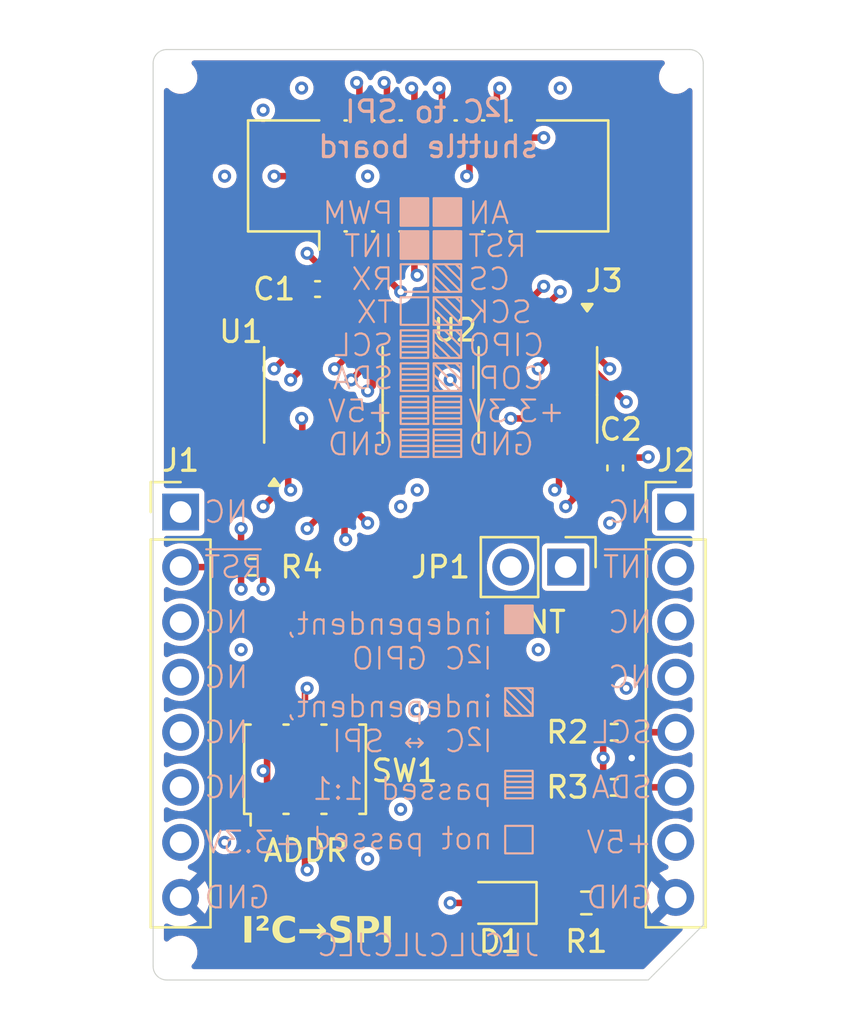
<source format=kicad_pcb>
(kicad_pcb (version 20241229) (generator "pcbnew") (generator_version "9.0")
  (layers (0 "F.Cu" mixed "FGnd.Cu") (4 "In1.Cu" mixed "In1SigPwr.Cu") (6 "In2.Cu" mixed "In2SigPwr.Cu") (2 "B.Cu" mixed "BGnd.Cu") (13 "F.Paste" user) (15 "B.Paste" user) (5 "F.SilkS" user "F.Silkscreen") (7 "B.SilkS" user "B.Silkscreen") (1 "F.Mask" user) (3 "B.Mask" user) (25 "Edge.Cuts" user))
  (net 0 "")
  (net 1 "/IN_~{RST}")
  (net 2 "/+3.3V")
  (net 3 "/IN_COPI")
  (net 4 "/IN_AN")
  (net 5 "/IN_~{CS}")
  (net 6 "/IN_CIPO")
  (net 7 "/IN_SCK")
  (net 8 "/GND")
  (net 9 "/IN_RX")
  (net 10 "/IN_TX")
  (net 11 "/SDA")
  (net 12 "/IN_~{INT}")
  (net 13 "/IN_PWM")
  (net 14 "/SCL")
  (net 15 "/OUT_TX")
  (net 16 "/OUT_AN")
  (net 17 "/OUT_~{CS}")
  (net 18 "/OUT_SCK")
  (net 19 "/OUT_PWM")
  (net 20 "/OUT_~{RST}")
  (net 21 "/OUT_CIPO")
  (net 22 "/OUT_COPI")
  (net 23 "/OUT_RX")
  (net 24 "/OUT_~{INT}")
  (net 25 "/MID_~{INT}")
  (net 26 "/A0")
  (net 27 "/A1")
  (net 32 "Net-(D1-K)")
  (net 35 "/+5V")
  (footprint "Package_SO:TSSOP-16_4.4x5mm_P0.65mm" (layer "F.Cu") (at 93.9656 51.7475 -90)
    (property "Reference" "U2" (at -2.9895 3.825 180) (layer "F.SilkS"))
    (property "Value" "PCAL9538APW" (hide yes))
    (fp_line (start 0 2.735) (end -2.2 2.735) (stroke (width 0.12)) (layer "F.SilkS"))
    (fp_line (start 0 2.735) (end 2.2 2.735) (stroke (width 0.12)) (layer "F.SilkS"))
    (fp_line (start 0 -2.735) (end -2.2 -2.735) (stroke (width 0.12)) (layer "F.SilkS"))
    (fp_line (start 0 -2.735) (end 2.2 -2.735) (stroke (width 0.12)) (layer "F.SilkS"))
    (fp_poly (pts (xy -3.86 -2.275) (xy -4.19 -2.035) (xy -4.19 -2.515)) (stroke (width 0.12)) (fill yes) (layer "F.SilkS"))
    (pad "1" smd roundrect (at -2.8625 -2.275 270) (size 1.475 0.4) (layers "F.Cu" "F.Mask" "F.Paste") (net 26 "/A0"))
    (pad "2" smd roundrect (at -2.8625 -1.625 270) (size 1.475 0.4) (layers "F.Cu" "F.Mask" "F.Paste") (net 27 "/A1"))
    (pad "3" smd roundrect (at -2.8625 -0.975 270) (size 1.475 0.4) (layers "F.Cu" "F.Mask" "F.Paste") (net 1 "/IN_~{RST}"))
    (pad "4" smd roundrect (at -2.8625 -0.325 270) (size 1.475 0.4) (layers "F.Cu" "F.Mask" "F.Paste") (net 20 "/OUT_~{RST}"))
    (pad "5" smd roundrect (at -2.8625 0.325 270) (size 1.475 0.4) (layers "F.Cu" "F.Mask" "F.Paste") (net 16 "/OUT_AN"))
    (pad "6" smd roundrect (at -2.8625 0.975 270) (size 1.475 0.4) (layers "F.Cu" "F.Mask" "F.Paste") (net 19 "/OUT_PWM"))
    (pad "7" smd roundrect (at -2.8625 1.625 270) (size 1.475 0.4) (layers "F.Cu" "F.Mask" "F.Paste") (net 24 "/OUT_~{INT}"))
    (pad "8" smd roundrect (at -2.8625 2.275 270) (size 1.475 0.4) (layers "F.Cu" "F.Mask" "F.Paste") (net 8 "/GND"))
    (pad "9" smd roundrect (at 2.8625 2.275 270) (size 1.475 0.4) (layers "F.Cu" "F.Mask" "F.Paste"))
    (pad "10" smd roundrect (at 2.8625 1.625 270) (size 1.475 0.4) (layers "F.Cu" "F.Mask" "F.Paste"))
    (pad "11" smd roundrect (at 2.8625 0.975 270) (size 1.475 0.4) (layers "F.Cu" "F.Mask" "F.Paste"))
    (pad "12" smd roundrect (at 2.8625 0.325 270) (size 1.475 0.4) (layers "F.Cu" "F.Mask" "F.Paste"))
    (pad "13" smd roundrect (at 2.8625 -0.325 270) (size 1.475 0.4) (layers "F.Cu" "F.Mask" "F.Paste") (net 25 "/MID_~{INT}"))
    (pad "14" smd roundrect (at 2.8625 -0.975 270) (size 1.475 0.4) (layers "F.Cu" "F.Mask" "F.Paste") (net 14 "/SCL"))
    (pad "15" smd roundrect (at 2.8625 -1.625 270) (size 1.475 0.4) (layers "F.Cu" "F.Mask" "F.Paste") (net 11 "/SDA"))
    (pad "16" smd roundrect (at 2.8625 -2.275 270) (size 1.475 0.4) (layers "F.Cu" "F.Mask" "F.Paste") (net 2 "/+3.3V"))
  )
  (footprint "Resistor_SMD:R_0402_1005Metric" (layer "F.Cu") (at 97.49 67.31)
    (property "Reference" "R2" (at -2.159 0 0) (layer "F.SilkS"))
    (property "Value" "4.7kΩ" (hide yes))
    (fp_line (start -0.153641 -0.38) (end 0.153641 -0.38) (stroke (width 0.12)) (layer "F.SilkS"))
    (fp_line (start -0.153641 0.38) (end 0.153641 0.38) (stroke (width 0.12)) (layer "F.SilkS"))
    (pad "1" smd roundrect (at -0.51 0) (size 0.54 0.64) (layers "F.Cu" "F.Mask" "F.Paste") (net 2 "/+3.3V"))
    (pad "2" smd roundrect (at 0.51 0) (size 0.54 0.64) (layers "F.Cu" "F.Mask" "F.Paste") (net 14 "/SCL"))
  )
  (footprint "Connector_PinHeader_2.54mm:PinHeader_1x02_P2.54mm_Vertical" (layer "F.Cu") (at 95.25 59.69 -90)
    (property "Reference" "JP1" (at 0 4.318 0) (layer "F.SilkS") (effects (justify right)))
    (property "Value" "INT" (at 2.54 1.143 0) (layer "F.SilkS"))
    (fp_line (start -1.38 3.92) (end 1.38 3.92) (stroke (width 0.12)) (layer "F.SilkS"))
    (fp_line (start -1.38 1.27) (end -1.38 3.92) (stroke (width 0.12)) (layer "F.SilkS"))
    (fp_line (start -1.38 1.27) (end 1.38 1.27) (stroke (width 0.12)) (layer "F.SilkS"))
    (fp_line (start 1.38 1.27) (end 1.38 3.92) (stroke (width 0.12)) (layer "F.SilkS"))
    (fp_line (start -1.38 0) (end -1.38 -1.38) (stroke (width 0.12)) (layer "F.SilkS"))
    (fp_line (start -1.38 -1.38) (end 0 -1.38) (stroke (width 0.12)) (layer "F.SilkS"))
    (pad "1" thru_hole rect (at 0 0 270) (size 1.7 1.7) (drill 1) (layers "*.Cu" "*.Mask") (net 12 "/IN_~{INT}"))
    (pad "2" thru_hole circle (at 0 2.54 270) (size 1.7 1.7) (drill 1) (layers "*.Cu" "*.Mask") (net 25 "/MID_~{INT}"))
  )
  (footprint "LED_SMD:LED_0805_2012Metric" (layer "F.Cu") (at 92.2175 75.184 180)
    (property "Reference" "D1" (at 0 -1.778 0) (layer "F.SilkS"))
    (property "Value" "PWR")
    (fp_line (start 1 -0.96) (end -1.685 -0.96) (stroke (width 0.12)) (layer "F.SilkS"))
    (fp_line (start -1.685 0.96) (end 1 0.96) (stroke (width 0.12)) (layer "F.SilkS"))
    (fp_line (start -1.685 -0.96) (end -1.685 0.96) (stroke (width 0.12)) (layer "F.SilkS"))
    (pad "1" smd roundrect (at -0.9375 0 180) (size 0.975 1.4) (layers "F.Cu" "F.Mask" "F.Paste") (net 32 "Net-(D1-K)"))
    (pad "2" smd roundrect (at 0.9375 0 180) (size 0.975 1.4) (layers "F.Cu" "F.Mask" "F.Paste") (net 2 "/+3.3V"))
  )
  (footprint "MountingHole:ToolingHole_1.152mm" (layer "F.Cu") (at 77.47 37.084)
    (property "Reference" "REF**" (hide yes))
    (property "Value" "ToolingHole_1.152mm")
    (pad "" np_thru_hole circle (at 0 0) (size 1.152 1.152) (drill 1.152) (layers "F&B.Cu" "*.Mask"))
    (zone (net 0) (net_name "") (layers "F.Cu" "B.Cu" "In1.Cu" "In2.Cu") (connect_pads (clearance 0)) (min_thickness 0.25)
      (keepout (tracks not_allowed) (vias allowed) (pads allowed) (copperpour not_allowed) (footprints not_allowed))
      (fill (thermal_gap 0.5) (thermal_bridge_width 0.5))
      (polygon (pts (xy 78.17 37.084) (xy 78.149659 36.916479) (xy 78.089819 36.758694) (xy 77.993958 36.619814) (xy 77.867645 36.507911) (xy 77.718223 36.429489) (xy 77.554376 36.389104) (xy 77.385624 36.389104) (xy 77.221777 36.429489) (xy 77.072355 36.507911) (xy 76.946042 36.619814) (xy 76.850181 36.758694) (xy 76.790341 36.916479) (xy 76.77 37.084) (xy 76.790341 37.251521) (xy 76.850181 37.409306) (xy 76.946042 37.548186) (xy 77.072355 37.660089) (xy 77.221777 37.738511) (xy 77.385624 37.778896) (xy 77.554376 37.778896) (xy 77.718223 37.738511) (xy 77.867645 37.660089) (xy 77.993958 37.548186) (xy 78.089819 37.409306) (xy 78.149659 37.251521)))
    )
  )
  (footprint "MountingHole:ToolingHole_1.152mm" (layer "F.Cu") (at 100.33 37.084)
    (property "Reference" "REF**" (hide yes))
    (property "Value" "ToolingHole_1.152mm")
    (pad "" np_thru_hole circle (at 0 0) (size 1.152 1.152) (drill 1.152) (layers "F&B.Cu" "*.Mask"))
    (zone (net 0) (net_name "") (layers "F.Cu" "B.Cu" "In1.Cu" "In2.Cu") (connect_pads (clearance 0)) (min_thickness 0.25)
      (keepout (tracks not_allowed) (vias allowed) (pads allowed) (copperpour not_allowed) (footprints not_allowed))
      (fill (thermal_gap 0.5) (thermal_bridge_width 0.5))
      (polygon (pts (xy 101.03 37.084) (xy 101.009659 36.916479) (xy 100.949819 36.758694) (xy 100.853958 36.619814) (xy 100.727645 36.507911) (xy 100.578223 36.429489) (xy 100.414376 36.389104) (xy 100.245624 36.389104) (xy 100.081777 36.429489) (xy 99.932355 36.507911) (xy 99.806042 36.619814) (xy 99.710181 36.758694) (xy 99.650341 36.916479) (xy 99.63 37.084) (xy 99.650341 37.251521) (xy 99.710181 37.409306) (xy 99.806042 37.548186) (xy 99.932355 37.660089) (xy 100.081777 37.738511) (xy 100.245624 37.778896) (xy 100.414376 37.778896) (xy 100.578223 37.738511) (xy 100.727645 37.660089) (xy 100.853958 37.548186) (xy 100.949819 37.409306) (xy 101.009659 37.251521)))
    )
  )
  (footprint "MountingHole:ToolingHole_1.152mm" (layer "F.Cu") (at 77.47 77.47)
    (property "Reference" "REF**" (hide yes))
    (property "Value" "ToolingHole_1.152mm")
    (pad "" np_thru_hole circle (at 0 0) (size 1.152 1.152) (drill 1.152) (layers "F&B.Cu" "*.Mask"))
    (zone (net 0) (net_name "") (layers "F.Cu" "B.Cu" "In1.Cu" "In2.Cu") (connect_pads (clearance 0)) (min_thickness 0.25)
      (keepout (tracks not_allowed) (vias allowed) (pads allowed) (copperpour not_allowed) (footprints not_allowed))
      (fill (thermal_gap 0.5) (thermal_bridge_width 0.5))
      (polygon (pts (xy 78.17 77.47) (xy 78.149659 77.302479) (xy 78.089819 77.144694) (xy 77.993958 77.005814) (xy 77.867645 76.893911) (xy 77.718223 76.815489) (xy 77.554376 76.775104) (xy 77.385624 76.775104) (xy 77.221777 76.815489) (xy 77.072355 76.893911) (xy 76.946042 77.005814) (xy 76.850181 77.144694) (xy 76.790341 77.302479) (xy 76.77 77.47) (xy 76.790341 77.637521) (xy 76.850181 77.795306) (xy 76.946042 77.934186) (xy 77.072355 78.046089) (xy 77.221777 78.124511) (xy 77.385624 78.164896) (xy 77.554376 78.164896) (xy 77.718223 78.124511) (xy 77.867645 78.046089) (xy 77.993958 77.934186) (xy 78.089819 77.795306) (xy 78.149659 77.637521)))
    )
  )
  (footprint "Resistor_SMD:R_0402_1005Metric" (layer "F.Cu") (at 80.77 59.69 180)
    (property "Reference" "R4" (at -2.288 0 0) (layer "F.SilkS"))
    (property "Value" "4.7kΩ" (hide yes))
    (fp_line (start -0.153641 0.38) (end 0.153641 0.38) (stroke (width 0.12)) (layer "F.SilkS"))
    (fp_line (start -0.153641 -0.38) (end 0.153641 -0.38) (stroke (width 0.12)) (layer "F.SilkS"))
    (pad "1" smd roundrect (at -0.51 0 180) (size 0.54 0.64) (layers "F.Cu" "F.Mask" "F.Paste") (net 2 "/+3.3V"))
    (pad "2" smd roundrect (at 0.51 0 180) (size 0.54 0.64) (layers "F.Cu" "F.Mask" "F.Paste") (net 1 "/IN_~{RST}"))
  )
  (footprint "Capacitor_SMD:C_0402_1005Metric" (layer "F.Cu") (at 83.792 46.863 180)
    (property "Reference" "C1" (at 2.004 0 0) (layer "F.SilkS"))
    (property "Value" "100nF" (hide yes))
    (fp_line (start -0.107836 0.36) (end 0.107836 0.36) (stroke (width 0.12)) (layer "F.SilkS"))
    (fp_line (start -0.107836 -0.36) (end 0.107836 -0.36) (stroke (width 0.12)) (layer "F.SilkS"))
    (pad "1" smd roundrect (at -0.48 0 180) (size 0.56 0.62) (layers "F.Cu" "F.Mask" "F.Paste") (net 2 "/+3.3V"))
    (pad "2" smd roundrect (at 0.48 0 180) (size 0.56 0.62) (layers "F.Cu" "F.Mask" "F.Paste") (net 8 "/GND"))
  )
  (footprint "Package_SO:TSSOP-16_4.4x5mm_P0.65mm" (layer "F.Cu") (at 84.063 51.7475 90)
    (property "Reference" "U1" (at 2.921 -3.81 180) (layer "F.SilkS"))
    (property "Value" "SC18IS606PW" (hide yes))
    (fp_line (start 0 -2.735) (end 2.2 -2.735) (stroke (width 0.12)) (layer "F.SilkS"))
    (fp_line (start 0 -2.735) (end -2.2 -2.735) (stroke (width 0.12)) (layer "F.SilkS"))
    (fp_line (start 0 2.735) (end 2.2 2.735) (stroke (width 0.12)) (layer "F.SilkS"))
    (fp_line (start 0 2.735) (end -2.2 2.735) (stroke (width 0.12)) (layer "F.SilkS"))
    (fp_poly (pts (xy -3.86 -2.275) (xy -4.19 -2.035) (xy -4.19 -2.515)) (stroke (width 0.12)) (fill yes) (layer "F.SilkS"))
    (pad "1" smd roundrect (at -2.8625 -2.275 90) (size 1.475 0.4) (layers "F.Cu" "F.Mask" "F.Paste") (net 11 "/SDA"))
    (pad "2" smd roundrect (at -2.8625 -1.625 90) (size 1.475 0.4) (layers "F.Cu" "F.Mask" "F.Paste") (net 14 "/SCL"))
    (pad "3" smd roundrect (at -2.8625 -0.975 90) (size 1.475 0.4) (layers "F.Cu" "F.Mask" "F.Paste") (net 25 "/MID_~{INT}"))
    (pad "4" smd roundrect (at -2.8625 -0.325 90) (size 1.475 0.4) (layers "F.Cu" "F.Mask" "F.Paste") (net 1 "/IN_~{RST}"))
    (pad "5" smd roundrect (at -2.8625 0.325 90) (size 1.475 0.4) (layers "F.Cu" "F.Mask" "F.Paste") (net 8 "/GND"))
    (pad "6" smd roundrect (at -2.8625 0.975 90) (size 1.475 0.4) (layers "F.Cu" "F.Mask" "F.Paste") (net 27 "/A1"))
    (pad "7" smd roundrect (at -2.8625 1.625 90) (size 1.475 0.4) (layers "F.Cu" "F.Mask" "F.Paste") (net 26 "/A0"))
    (pad "8" smd roundrect (at -2.8625 2.275 90) (size 1.475 0.4) (layers "F.Cu" "F.Mask" "F.Paste"))
    (pad "9" smd roundrect (at 2.8625 2.275 90) (size 1.475 0.4) (layers "F.Cu" "F.Mask" "F.Paste") (net 17 "/OUT_~{CS}"))
    (pad "10" smd roundrect (at 2.8625 1.625 90) (size 1.475 0.4) (layers "F.Cu" "F.Mask" "F.Paste") (net 22 "/OUT_COPI"))
    (pad "11" smd roundrect (at 2.8625 0.975 90) (size 1.475 0.4) (layers "F.Cu" "F.Mask" "F.Paste") (net 18 "/OUT_SCK"))
    (pad "12" smd roundrect (at 2.8625 0.325 90) (size 1.475 0.4) (layers "F.Cu" "F.Mask" "F.Paste") (net 2 "/+3.3V"))
    (pad "13" smd roundrect (at 2.8625 -0.325 90) (size 1.475 0.4) (layers "F.Cu" "F.Mask" "F.Paste") (net 8 "/GND"))
    (pad "14" smd roundrect (at 2.8625 -0.975 90) (size 1.475 0.4) (layers "F.Cu" "F.Mask" "F.Paste") (net 21 "/OUT_CIPO"))
    (pad "15" smd roundrect (at 2.8625 -1.625 90) (size 1.475 0.4) (layers "F.Cu" "F.Mask" "F.Paste") (net 2 "/+3.3V"))
    (pad "16" smd roundrect (at 2.8625 -2.275 90) (size 1.475 0.4) (layers "F.Cu" "F.Mask" "F.Paste"))
  )
  (footprint "Resistor_SMD:R_0402_1005Metric" (layer "F.Cu") (at 97.49 69.85)
    (property "Reference" "R3" (at -2.159 0 0) (layer "F.SilkS"))
    (property "Value" "4.7kΩ" (hide yes))
    (fp_line (start -0.153641 -0.38) (end 0.153641 -0.38) (stroke (width 0.12)) (layer "F.SilkS"))
    (fp_line (start -0.153641 0.38) (end 0.153641 0.38) (stroke (width 0.12)) (layer "F.SilkS"))
    (pad "1" smd roundrect (at -0.51 0) (size 0.54 0.64) (layers "F.Cu" "F.Mask" "F.Paste") (net 2 "/+3.3V"))
    (pad "2" smd roundrect (at 0.51 0) (size 0.54 0.64) (layers "F.Cu" "F.Mask" "F.Paste") (net 11 "/SDA"))
  )
  (footprint "Capacitor_SMD:C_0402_1005Metric" (layer "F.Cu") (at 97.536 55.118 -90)
    (property "Reference" "C2" (at -1.778 -0.254 180) (layer "F.SilkS"))
    (property "Value" "100nF" (hide yes))
    (fp_line (start -0.107836 0.36) (end 0.107836 0.36) (stroke (width 0.12)) (layer "F.SilkS"))
    (fp_line (start -0.107836 -0.36) (end 0.107836 -0.36) (stroke (width 0.12)) (layer "F.SilkS"))
    (pad "1" smd roundrect (at -0.48 0 270) (size 0.56 0.62) (layers "F.Cu" "F.Mask" "F.Paste") (net 2 "/+3.3V"))
    (pad "2" smd roundrect (at 0.48 0 270) (size 0.56 0.62) (layers "F.Cu" "F.Mask" "F.Paste") (net 8 "/GND"))
  )
  (footprint "Connector_PinHeader_1.27mm_LowProfile:CNC_3221-16-0300-00" (layer "F.Cu") (at 88.9 41.644)
    (property "Reference" "J3" (at 8.128 4.838 0) (layer "F.SilkS"))
    (property "Value" "Shuttle")
    (fp_line (start -8.315 -2.56) (end -8.315 2.56) (stroke (width 0.12)) (layer "F.SilkS"))
    (fp_line (start -8.315 -2.56) (end -5.03 -2.56) (stroke (width 0.12)) (layer "F.SilkS"))
    (fp_line (start -8.315 2.56) (end -5.03 2.56) (stroke (width 0.12)) (layer "F.SilkS"))
    (fp_line (start -5.03 2.56) (end -5.03 3.4) (stroke (width 0.12)) (layer "F.SilkS"))
    (fp_line (start -3.86 -2.56) (end -3.76 -2.56) (stroke (width 0.12)) (layer "F.SilkS"))
    (fp_line (start -3.86 2.56) (end -3.76 2.56) (stroke (width 0.12)) (layer "F.SilkS"))
    (fp_line (start -2.59 -2.56) (end -2.49 -2.56) (stroke (width 0.12)) (layer "F.SilkS"))
    (fp_line (start -2.59 2.56) (end -2.49 2.56) (stroke (width 0.12)) (layer "F.SilkS"))
    (fp_line (start -1.32 -2.56) (end -1.22 -2.56) (stroke (width 0.12)) (layer "F.SilkS"))
    (fp_line (start -1.32 2.56) (end -1.22 2.56) (stroke (width 0.12)) (layer "F.SilkS"))
    (fp_line (start -0.05 -2.56) (end 0.05 -2.56) (stroke (width 0.12)) (layer "F.SilkS"))
    (fp_line (start 1.22 -2.56) (end 1.32 -2.56) (stroke (width 0.12)) (layer "F.SilkS"))
    (fp_line (start 1.22 2.56) (end 1.32 2.56) (stroke (width 0.12)) (layer "F.SilkS"))
    (fp_line (start 2.49 -2.56) (end 2.59 -2.56) (stroke (width 0.12)) (layer "F.SilkS"))
    (fp_line (start 2.49 2.56) (end 2.59 2.56) (stroke (width 0.12)) (layer "F.SilkS"))
    (fp_line (start 3.76 -2.56) (end 3.86 -2.56) (stroke (width 0.12)) (layer "F.SilkS"))
    (fp_line (start 3.76 2.56) (end 3.86 2.56) (stroke (width 0.12)) (layer "F.SilkS"))
    (fp_line (start 5.03 -2.56) (end 8.315 -2.56) (stroke (width 0.12)) (layer "F.SilkS"))
    (fp_line (start 5.03 2.56) (end 8.315 2.56) (stroke (width 0.12)) (layer "F.SilkS"))
    (fp_line (start 8.315 -2.56) (end 8.315 2.56) (stroke (width 0.12)) (layer "F.SilkS"))
    (pad "1" smd rect (at -4.445 2.02) (size 0.65 2.76) (layers "F.Cu" "F.Mask" "F.Paste") (net 8 "/GND"))
    (pad "2" smd rect (at -4.445 -2.02) (size 0.65 2.76) (layers "F.Cu" "F.Mask" "F.Paste") (net 8 "/GND"))
    (pad "3" smd rect (at -3.175 2.02) (size 0.65 2.76) (layers "F.Cu" "F.Mask" "F.Paste") (net 35 "/+5V"))
    (pad "4" smd rect (at -3.175 -2.02) (size 0.65 2.76) (layers "F.Cu" "F.Mask" "F.Paste") (net 2 "/+3.3V"))
    (pad "5" smd rect (at -1.905 2.02) (size 0.65 2.76) (layers "F.Cu" "F.Mask" "F.Paste") (net 11 "/SDA"))
    (pad "6" smd rect (at -1.905 -2.02) (size 0.65 2.76) (layers "F.Cu" "F.Mask" "F.Paste") (net 22 "/OUT_COPI"))
    (pad "7" smd rect (at -0.635 2.02) (size 0.65 2.76) (layers "F.Cu" "F.Mask" "F.Paste") (net 14 "/SCL"))
    (pad "8" smd rect (at -0.635 -2.02) (size 0.65 2.76) (layers "F.Cu" "F.Mask" "F.Paste") (net 21 "/OUT_CIPO"))
    (pad "9" smd rect (at 0.635 2.02) (size 0.65 2.76) (layers "F.Cu" "F.Mask" "F.Paste") (net 15 "/OUT_TX"))
    (pad "10" smd rect (at 0.635 -2.02) (size 0.65 2.76) (layers "F.Cu" "F.Mask" "F.Paste") (net 18 "/OUT_SCK"))
    (pad "11" smd rect (at 1.905 2.02) (size 0.65 2.76) (layers "F.Cu" "F.Mask" "F.Paste") (net 23 "/OUT_RX"))
    (pad "12" smd rect (at 1.905 -2.02) (size 0.65 2.76) (layers "F.Cu" "F.Mask" "F.Paste") (net 17 "/OUT_~{CS}"))
    (pad "13" smd rect (at 3.175 2.02) (size 0.65 2.76) (layers "F.Cu" "F.Mask" "F.Paste") (net 24 "/OUT_~{INT}"))
    (pad "14" smd rect (at 3.175 -2.02) (size 0.65 2.76) (layers "F.Cu" "F.Mask" "F.Paste") (net 20 "/OUT_~{RST}"))
    (pad "15" smd rect (at 4.445 2.02) (size 0.65 2.76) (layers "F.Cu" "F.Mask" "F.Paste") (net 19 "/OUT_PWM"))
    (pad "16" smd rect (at 4.445 -2.02) (size 0.65 2.76) (layers "F.Cu" "F.Mask" "F.Paste") (net 16 "/OUT_AN"))
  )
  (footprint "Button_Switch_SMD:Nidec_Copal_CAS-D20A" (layer "F.Cu") (at 83.213 69.016 90)
    (property "Reference" "SW1" (at -0.072 4.6 0) (layer "F.SilkS"))
    (property "Value" "ADDR" (at -3.755 0.028 0) (layer "F.SilkS"))
    (fp_line (start 2.06 -2.81) (end 2.06 -2.51) (stroke (width 0.12)) (layer "F.SilkS"))
    (fp_line (start -2.06 -2.81) (end 2.06 -2.81) (stroke (width 0.12)) (layer "F.SilkS"))
    (fp_line (start -2.06 -2.51) (end -2.06 -2.81) (stroke (width 0.12)) (layer "F.SilkS"))
    (fp_line (start -2.06 -2.51) (end -2.6 -2.51) (stroke (width 0.12)) (layer "F.SilkS"))
    (fp_line (start 2.06 -0.99) (end 2.06 -0.76) (stroke (width 0.12)) (layer "F.SilkS"))
    (fp_line (start -2.06 -0.99) (end -2.06 -0.76) (stroke (width 0.12)) (layer "F.SilkS"))
    (fp_line (start 2.06 0.76) (end 2.06 0.99) (stroke (width 0.12)) (layer "F.SilkS"))
    (fp_line (start -2.06 0.76) (end -2.06 0.99) (stroke (width 0.12)) (layer "F.SilkS"))
    (fp_line (start 2.06 2.81) (end 2.06 2.51) (stroke (width 0.12)) (layer "F.SilkS"))
    (fp_line (start 2.06 2.81) (end -2.06 2.81) (stroke (width 0.12)) (layer "F.SilkS"))
    (fp_line (start -2.06 2.81) (end -2.06 2.51) (stroke (width 0.12)) (layer "F.SilkS"))
    (pad "1" smd roundrect (at -1.85 -1.75) (size 1 1.6) (layers "F.Cu" "F.Mask" "F.Paste") (net 2 "/+3.3V"))
    (pad "2" smd roundrect (at -1.85 0) (size 1 1.6) (layers "F.Cu" "F.Mask" "F.Paste") (net 26 "/A0"))
    (pad "3" smd roundrect (at -1.85 1.75) (size 1 1.6) (layers "F.Cu" "F.Mask" "F.Paste") (net 8 "/GND"))
    (pad "4" smd roundrect (at 1.85 -1.75) (size 1 1.6) (layers "F.Cu" "F.Mask" "F.Paste") (net 2 "/+3.3V"))
    (pad "5" smd roundrect (at 1.85 0) (size 1 1.6) (layers "F.Cu" "F.Mask" "F.Paste") (net 27 "/A1"))
    (pad "6" smd roundrect (at 1.85 1.75) (size 1 1.6) (layers "F.Cu" "F.Mask" "F.Paste") (net 8 "/GND"))
  )
  (footprint "Connector_PinHeader_2.54mm:PinHeader_1x08_P2.54mm_Vertical" (layer "F.Cu") (at 100.33 57.15)
    (property "Reference" "J2" (at 0 -2.38 0) (layer "F.SilkS"))
    (property "Value" "Conn_01x08" (hide yes))
    (fp_line (start -1.38 -1.38) (end 0 -1.38) (stroke (width 0.12)) (layer "F.SilkS"))
    (fp_line (start -1.38 0) (end -1.38 -1.38) (stroke (width 0.12)) (layer "F.SilkS"))
    (fp_line (start -1.38 1.27) (end -1.38 19.16) (stroke (width 0.12)) (layer "F.SilkS"))
    (fp_line (start -1.38 1.27) (end 1.38 1.27) (stroke (width 0.12)) (layer "F.SilkS"))
    (fp_line (start -1.38 19.16) (end 1.38 19.16) (stroke (width 0.12)) (layer "F.SilkS"))
    (fp_line (start 1.38 1.27) (end 1.38 19.16) (stroke (width 0.12)) (layer "F.SilkS"))
    (pad "1" thru_hole rect (at 0 0) (size 1.7 1.7) (drill 1) (layers "*.Cu" "*.Mask") (net 13 "/IN_PWM"))
    (pad "2" thru_hole circle (at 0 2.54) (size 1.7 1.7) (drill 1) (layers "*.Cu" "*.Mask") (net 12 "/IN_~{INT}"))
    (pad "3" thru_hole circle (at 0 5.08) (size 1.7 1.7) (drill 1) (layers "*.Cu" "*.Mask") (net 9 "/IN_RX"))
    (pad "4" thru_hole circle (at 0 7.62) (size 1.7 1.7) (drill 1) (layers "*.Cu" "*.Mask") (net 10 "/IN_TX"))
    (pad "5" thru_hole circle (at 0 10.16) (size 1.7 1.7) (drill 1) (layers "*.Cu" "*.Mask") (net 14 "/SCL"))
    (pad "6" thru_hole circle (at 0 12.7) (size 1.7 1.7) (drill 1) (layers "*.Cu" "*.Mask") (net 11 "/SDA"))
    (pad "7" thru_hole circle (at 0 15.24) (size 1.7 1.7) (drill 1) (layers "*.Cu" "*.Mask") (net 35 "/+5V"))
    (pad "8" thru_hole circle (at 0 17.78) (size 1.7 1.7) (drill 1) (layers "*.Cu" "*.Mask") (net 8 "/GND"))
  )
  (footprint "Resistor_SMD:R_0603_1608Metric" (layer "F.Cu") (at 96.203 75.184)
    (property "Reference" "R1" (at 0 1.778 0) (layer "F.SilkS"))
    (property "Value" "33Ω" (hide yes))
    (fp_line (start -0.237258 -0.5225) (end 0.237258 -0.5225) (stroke (width 0.12)) (layer "F.SilkS"))
    (fp_line (start -0.237258 0.5225) (end 0.237258 0.5225) (stroke (width 0.12)) (layer "F.SilkS"))
    (pad "1" smd roundrect (at -0.825 0) (size 0.8 0.95) (layers "F.Cu" "F.Mask" "F.Paste") (net 32 "Net-(D1-K)"))
    (pad "2" smd roundrect (at 0.825 0) (size 0.8 0.95) (layers "F.Cu" "F.Mask" "F.Paste") (net 8 "/GND"))
  )
  (footprint "Connector_PinHeader_2.54mm:PinHeader_1x08_P2.54mm_Vertical" (layer "F.Cu") (at 77.47 57.15)
    (property "Reference" "J1" (at 0 -2.38 0) (layer "F.SilkS"))
    (property "Value" "Conn_01x08" (hide yes))
    (fp_line (start -1.38 -1.38) (end 0 -1.38) (stroke (width 0.12)) (layer "F.SilkS"))
    (fp_line (start -1.38 0) (end -1.38 -1.38) (stroke (width 0.12)) (layer "F.SilkS"))
    (fp_line (start -1.38 1.27) (end -1.38 19.16) (stroke (width 0.12)) (layer "F.SilkS"))
    (fp_line (start -1.38 1.27) (end 1.38 1.27) (stroke (width 0.12)) (layer "F.SilkS"))
    (fp_line (start -1.38 19.16) (end 1.38 19.16) (stroke (width 0.12)) (layer "F.SilkS"))
    (fp_line (start 1.38 1.27) (end 1.38 19.16) (stroke (width 0.12)) (layer "F.SilkS"))
    (pad "1" thru_hole rect (at 0 0) (size 1.7 1.7) (drill 1) (layers "*.Cu" "*.Mask") (net 4 "/IN_AN"))
    (pad "2" thru_hole circle (at 0 2.54) (size 1.7 1.7) (drill 1) (layers "*.Cu" "*.Mask") (net 1 "/IN_~{RST}"))
    (pad "3" thru_hole circle (at 0 5.08) (size 1.7 1.7) (drill 1) (layers "*.Cu" "*.Mask") (net 5 "/IN_~{CS}"))
    (pad "4" thru_hole circle (at 0 7.62) (size 1.7 1.7) (drill 1) (layers "*.Cu" "*.Mask") (net 7 "/IN_SCK"))
    (pad "5" thru_hole circle (at 0 10.16) (size 1.7 1.7) (drill 1) (layers "*.Cu" "*.Mask") (net 6 "/IN_CIPO"))
    (pad "6" thru_hole circle (at 0 12.7) (size 1.7 1.7) (drill 1) (layers "*.Cu" "*.Mask") (net 3 "/IN_COPI"))
    (pad "7" thru_hole circle (at 0 15.24) (size 1.7 1.7) (drill 1) (layers "*.Cu" "*.Mask") (net 2 "/+3.3V"))
    (pad "8" thru_hole circle (at 0 17.78) (size 1.7 1.7) (drill 1) (layers "*.Cu" "*.Mask") (net 8 "/GND"))
  )
  (gr_line (start 87.63 49.276) (end 88.9 49.276) (stroke (width 0.1)) (layer "B.SilkS"))
  (gr_line (start 89.154 53.848) (end 90.424 53.848) (stroke (width 0.1)) (layer "B.SilkS"))
  (gr_line (start 87.63 54.356) (end 88.9 54.356) (stroke (width 0.1)) (layer "B.SilkS"))
  (gr_line (start 89.154 54.102) (end 90.424 54.102) (stroke (width 0.1)) (layer "B.SilkS"))
  (gr_line (start 90.424 46.99) (end 89.154 45.72) (stroke (width 0.1)) (layer "B.SilkS"))
  (gr_line (start 90.424 47.498) (end 90.17 47.244) (stroke (width 0.1)) (layer "B.SilkS"))
  (gr_line (start 89.916 50.038) (end 89.154 49.276) (stroke (width 0.1)) (layer "B.SilkS"))
  (gr_line (start 89.154 52.07) (end 90.424 52.07) (stroke (width 0.1)) (layer "B.SilkS"))
  (gr_line (start 90.424 51.054) (end 89.662 50.292) (stroke (width 0.1)) (layer "B.SilkS"))
  (gr_rect (start 87.63 53.34) (end 88.9 54.61) (stroke (width 0.1)) (fill no) (layer "B.SilkS"))
  (gr_rect (start 87.63 48.768) (end 88.9 50.038) (stroke (width 0.1)) (fill no) (layer "B.SilkS"))
  (gr_line (start 89.408 50.038) (end 89.154 49.784) (stroke (width 0.1)) (layer "B.SilkS"))
  (gr_line (start 90.424 48.006) (end 89.662 47.244) (stroke (width 0.1)) (layer "B.SilkS"))
  (gr_line (start 93.726 66.04) (end 92.964 65.278) (stroke (width 0.1)) (layer "B.SilkS"))
  (gr_line (start 87.63 51.308) (end 88.9 51.308) (stroke (width 0.1)) (layer "B.SilkS"))
  (gr_line (start 87.63 52.324) (end 88.9 52.324) (stroke (width 0.1)) (layer "B.SilkS"))
  (gr_line (start 89.916 48.514) (end 89.154 47.752) (stroke (width 0.1)) (layer "B.SilkS"))
  (gr_line (start 87.63 49.022) (end 88.9 49.022) (stroke (width 0.1)) (layer "B.SilkS"))
  (gr_line (start 87.63 52.578) (end 88.9 52.578) (stroke (width 0.1)) (layer "B.SilkS"))
  (gr_rect (start 89.154 44.196) (end 90.424 45.466) (stroke (width 0.1)) (fill yes) (layer "B.SilkS"))
  (gr_line (start 87.63 51.054) (end 88.9 51.054) (stroke (width 0.1)) (layer "B.SilkS"))
  (gr_rect (start 87.63 44.196) (end 88.9 45.466) (stroke (width 0.1)) (fill yes) (layer "B.SilkS"))
  (gr_rect (start 87.63 42.672) (end 88.9 43.942) (stroke (width 0.1)) (fill yes) (layer "B.SilkS"))
  (gr_rect (start 92.456 69.088) (end 93.726 70.358) (stroke (width 0.1)) (fill no) (layer "B.SilkS"))
  (gr_rect (start 89.154 45.72) (end 90.424 46.99) (stroke (width 0.1)) (fill no) (layer "B.SilkS"))
  (gr_rect (start 89.154 42.672) (end 90.424 43.942) (stroke (width 0.1)) (fill yes) (layer "B.SilkS"))
  (gr_rect (start 92.456 71.628) (end 93.726 72.898) (stroke (width 0.1)) (fill no) (layer "B.SilkS"))
  (gr_line (start 89.408 48.514) (end 89.154 48.26) (stroke (width 0.1)) (layer "B.SilkS"))
  (gr_line (start 90.424 51.562) (end 89.154 50.292) (stroke (width 0.1)) (layer "B.SilkS"))
  (gr_line (start 87.63 49.784) (end 88.9 49.784) (stroke (width 0.1)) (layer "B.SilkS"))
  (gr_line (start 90.424 50.546) (end 90.17 50.292) (stroke (width 0.1)) (layer "B.SilkS"))
  (gr_line (start 87.63 53.594) (end 88.9 53.594) (stroke (width 0.1)) (layer "B.SilkS"))
  (gr_rect (start 87.63 50.292) (end 88.9 51.562) (stroke (width 0.1)) (fill no) (layer "B.SilkS"))
  (gr_rect (start 87.63 47.244) (end 88.9 48.514) (stroke (width 0.1)) (fill no) (layer "B.SilkS"))
  (gr_line (start 87.63 53.848) (end 88.9 53.848) (stroke (width 0.1)) (layer "B.SilkS"))
  (gr_rect (start 87.63 45.72) (end 88.9 46.99) (stroke (width 0.1)) (fill no) (layer "B.SilkS"))
  (gr_line (start 93.726 66.548) (end 92.456 65.278) (stroke (width 0.1)) (layer "B.SilkS"))
  (gr_line (start 93.726 65.532) (end 93.472 65.278) (stroke (width 0.1)) (layer "B.SilkS"))
  (gr_line (start 87.63 54.102) (end 88.9 54.102) (stroke (width 0.1)) (layer "B.SilkS"))
  (gr_line (start 90.424 50.038) (end 89.154 48.768) (stroke (width 0.1)) (layer "B.SilkS"))
  (gr_line (start 89.154 52.324) (end 90.424 52.324) (stroke (width 0.1)) (layer "B.SilkS"))
  (gr_rect (start 89.154 48.768) (end 90.424 50.038) (stroke (width 0.1)) (fill no) (layer "B.SilkS"))
  (gr_line (start 87.63 52.07) (end 88.9 52.07) (stroke (width 0.1)) (layer "B.SilkS"))
  (gr_line (start 89.154 52.578) (end 90.424 52.578) (stroke (width 0.1)) (layer "B.SilkS"))
  (gr_rect (start 89.154 53.34) (end 90.424 54.61) (stroke (width 0.1)) (fill no) (layer "B.SilkS"))
  (gr_line (start 89.916 46.99) (end 89.154 46.228) (stroke (width 0.1)) (layer "B.SilkS"))
  (gr_line (start 90.424 49.53) (end 89.662 48.768) (stroke (width 0.1)) (layer "B.SilkS"))
  (gr_line (start 90.424 46.482) (end 89.662 45.72) (stroke (width 0.1)) (layer "B.SilkS"))
  (gr_rect (start 89.154 50.292) (end 90.424 51.562) (stroke (width 0.1)) (fill no) (layer "B.SilkS"))
  (gr_line (start 87.63 50.8) (end 88.9 50.8) (stroke (width 0.1)) (layer "B.SilkS"))
  (gr_rect (start 89.154 47.244) (end 90.424 48.514) (stroke (width 0.1)) (fill no) (layer "B.SilkS"))
  (gr_line (start 92.71 66.548) (end 92.456 66.294) (stroke (width 0.1)) (layer "B.SilkS"))
  (gr_line (start 89.154 52.832) (end 90.424 52.832) (stroke (width 0.1)) (layer "B.SilkS"))
  (gr_line (start 90.424 48.514) (end 89.154 47.244) (stroke (width 0.1)) (layer "B.SilkS"))
  (gr_rect (start 87.63 51.816) (end 88.9 53.086) (stroke (width 0.1)) (fill no) (layer "B.SilkS"))
  (gr_line (start 92.456 69.342) (end 93.726 69.342) (stroke (width 0.1)) (layer "B.SilkS"))
  (gr_line (start 89.408 51.562) (end 89.154 51.308) (stroke (width 0.1)) (layer "B.SilkS"))
  (gr_line (start 92.456 70.104) (end 93.726 70.104) (stroke (width 0.1)) (layer "B.SilkS"))
  (gr_line (start 87.63 52.832) (end 88.9 52.832) (stroke (width 0.1)) (layer "B.SilkS"))
  (gr_line (start 89.154 53.594) (end 90.424 53.594) (stroke (width 0.1)) (layer "B.SilkS"))
  (gr_line (start 92.456 69.596) (end 93.726 69.596) (stroke (width 0.1)) (layer "B.SilkS"))
  (gr_line (start 87.63 49.53) (end 88.9 49.53) (stroke (width 0.1)) (layer "B.SilkS"))
  (gr_line (start 90.424 49.022) (end 90.17 48.768) (stroke (width 0.1)) (layer "B.SilkS"))
  (gr_rect (start 92.456 61.468) (end 93.726 62.738) (stroke (width 0.1)) (fill yes) (layer "B.SilkS"))
  (gr_line (start 92.456 69.85) (end 93.726 69.85) (stroke (width 0.1)) (layer "B.SilkS"))
  (gr_line (start 89.408 46.99) (end 89.154 46.736) (stroke (width 0.1)) (layer "B.SilkS"))
  (gr_line (start 87.63 50.546) (end 88.9 50.546) (stroke (width 0.1)) (layer "B.SilkS"))
  (gr_rect (start 89.154 51.816) (end 90.424 53.086) (stroke (width 0.1)) (fill no) (layer "B.SilkS"))
  (gr_line (start 90.424 45.974) (end 90.17 45.72) (stroke (width 0.1)) (layer "B.SilkS"))
  (gr_line (start 93.218 66.548) (end 92.456 65.786) (stroke (width 0.1)) (layer "B.SilkS"))
  (gr_rect (start 92.456 65.278) (end 93.726 66.548) (stroke (width 0.1)) (fill no) (layer "B.SilkS"))
  (gr_line (start 89.916 51.562) (end 89.154 50.8) (stroke (width 0.1)) (layer "B.SilkS"))
  (gr_line (start 89.154 54.356) (end 90.424 54.356) (stroke (width 0.1)) (layer "B.SilkS"))
  (gr_arc (start 76.2 36.449) (mid 76.385987 35.999987) (end 76.835 35.814) (stroke (width 0.05)) (layer "Edge.Cuts"))
  (gr_line (start 76.2 78.105) (end 76.2 36.449) (stroke (width 0.05)) (layer "Edge.Cuts"))
  (gr_line (start 76.835 35.814) (end 100.965 35.814) (stroke (width 0.05)) (layer "Edge.Cuts"))
  (gr_arc (start 76.835 78.74) (mid 76.385987 78.554013) (end 76.2 78.105) (stroke (width 0.05)) (layer "Edge.Cuts"))
  (gr_line (start 101.6 36.449) (end 101.6 76.2) (stroke (width 0.05)) (layer "Edge.Cuts"))
  (gr_arc (start 100.965 35.814) (mid 101.414013 35.999987) (end 101.6 36.449) (stroke (width 0.05)) (layer "Edge.Cuts"))
  (gr_line (start 76.835 78.74) (end 99.06 78.74) (stroke (width 0.05)) (layer "Edge.Cuts"))
  (gr_line (start 101.6 76.2) (end 99.06 78.74) (stroke (width 0.05)) (layer "Edge.Cuts"))
  (gr_text "I²C→SPI" (at 80.264 77.216 0) (layer "F.SilkS") (effects (font (size 1.2 1.2) (thickness 0.24) (bold yes)) (justify left bottom)))
  (gr_text "NC" (at 99.314 64.77 0) (layer "B.SilkS") (effects (font (size 1 1) (thickness 0.1)) (justify left mirror)))
  (gr_text "~{INT}" (at 99.314 59.69 0) (layer "B.SilkS") (effects (font (size 1 1) (thickness 0.1)) (justify left mirror)))
  (gr_text "JLCJLCJLCJLC" (at 88.9 77.724 0) (layer "B.SilkS") (effects (font (size 1 1) (thickness 0.1)) (justify bottom mirror)))
  (gr_text "independent,\nI^{2}C ↔ SPI" (at 91.948 65.532 0) (layer "B.SilkS") (effects (font (size 1 1) (thickness 0.1)) (justify left top mirror)))
  (gr_text "SCL" (at 99.314 67.31 0) (layer "B.SilkS") (effects (font (size 1 1) (thickness 0.1)) (justify left mirror)))
  (gr_text "NC" (at 78.486 69.85 0) (layer "B.SilkS") (effects (font (size 1 1) (thickness 0.1)) (justify right mirror)))
  (gr_text "RX" (at 87.368 46.99 0) (layer "B.SilkS") (effects (font (size 1 1) (thickness 0.1)) (justify left bottom mirror)))
  (gr_text "independent,\nI^{2}C GPIO" (at 91.948 61.722 0) (layer "B.SilkS") (effects (font (size 1 1) (thickness 0.1)) (justify left top mirror)))
  (gr_text "GND" (at 90.678 54.61 0) (layer "B.SilkS") (effects (font (size 1 1) (thickness 0.1)) (justify right bottom mirror)))
  (gr_text "NC" (at 99.314 62.23 0) (layer "B.SilkS") (effects (font (size 1 1) (thickness 0.1)) (justify left mirror)))
  (gr_text "NC" (at 99.314 57.15 0) (layer "B.SilkS") (effects (font (size 1 1) (thickness 0.1)) (justify left mirror)))
  (gr_text "CIPO" (at 90.678 50.038 0) (layer "B.SilkS") (effects (font (size 1 1) (thickness 0.1)) (justify right bottom mirror)))
  (gr_text "I^{2}C to SPI\nshuttle board" (at 88.9 38.1 0) (layer "B.SilkS") (effects (font (size 1 1)) (justify top mirror)))
  (gr_text "NC" (at 78.486 64.77 0) (layer "B.SilkS") (effects (font (size 1 1) (thickness 0.1)) (justify right mirror)))
  (gr_text "+3.3V" (at 78.486 72.39 0) (layer "B.SilkS") (effects (font (size 1 1) (thickness 0.1)) (justify right mirror)))
  (gr_text "TX" (at 87.368 48.514 0) (layer "B.SilkS") (effects (font (size 1 1) (thickness 0.1)) (justify left bottom mirror)))
  (gr_text "AN" (at 90.678 43.942 0) (layer "B.SilkS") (effects (font (size 1 1) (thickness 0.1)) (justify right bottom mirror)))
  (gr_text "CS" (at 90.678 46.99 0) (layer "B.SilkS") (effects (font (size 1 1) (thickness 0.1)) (justify right bottom mirror)))
  (gr_text "INT" (at 87.368 45.466 0) (layer "B.SilkS") (effects (font (size 1 1) (thickness 0.1)) (justify left bottom mirror)))
  (gr_text "GND" (at 78.486 74.93 0) (layer "B.SilkS") (effects (font (size 1 1) (thickness 0.1)) (justify right mirror)))
  (gr_text "GND" (at 99.314 74.93 0) (layer "B.SilkS") (effects (font (size 1 1) (thickness 0.1)) (justify left mirror)))
  (gr_text "GND" (at 87.368 54.61 0) (layer "B.SilkS") (effects (font (size 1 1) (thickness 0.1)) (justify left bottom mirror)))
  (gr_text "PWM" (at 87.368 43.942 0) (layer "B.SilkS") (effects (font (size 1 1) (thickness 0.1)) (justify left bottom mirror)))
  (gr_text "+5V" (at 99.314 72.39 0) (layer "B.SilkS") (effects (font (size 1 1) (thickness 0.1)) (justify left mirror)))
  (gr_text "passed 1:1" (at 91.948 69.342 0) (layer "B.SilkS") (effects (font (size 1 1) (thickness 0.1)) (justify left top mirror)))
  (gr_text "+5V" (at 87.368 53.086 0) (layer "B.SilkS") (effects (font (size 1 1) (thickness 0.1)) (justify left bottom mirror)))
  (gr_text "+3.3V" (at 90.678 53.086 0) (layer "B.SilkS") (effects (font (size 1 1) (thickness 0.1)) (justify right bottom mirror)))
  (gr_text "not passed" (at 91.948 71.628 0) (layer "B.SilkS") (effects (font (size 1 1) (thickness 0.1)) (justify left top mirror)))
  (gr_text "SDA" (at 87.368 51.562 0) (layer "B.SilkS") (effects (font (size 1 1) (thickness 0.1)) (justify left bottom mirror)))
  (gr_text "SCK" (at 90.678 48.514 0) (layer "B.SilkS") (effects (font (size 1 1) (thickness 0.1)) (justify right bottom mirror)))
  (gr_text "SDA" (at 99.314 69.85 0) (layer "B.SilkS") (effects (font (size 1 1) (thickness 0.1)) (justify left mirror)))
  (gr_text "RST" (at 90.678 45.466 0) (layer "B.SilkS") (effects (font (size 1 1) (thickness 0.1)) (justify right bottom mirror)))
  (gr_text "SCL" (at 87.368 50.038 0) (layer "B.SilkS") (effects (font (size 1 1) (thickness 0.1)) (justify left bottom mirror)))
  (gr_text "NC" (at 78.486 57.15 0) (layer "B.SilkS") (effects (font (size 1 1) (thickness 0.1)) (justify right mirror)))
  (gr_text "COPI" (at 90.678 51.562 0) (layer "B.SilkS") (effects (font (size 1 1) (thickness 0.1)) (justify right bottom mirror)))
  (gr_text "NC" (at 78.486 67.31 0) (layer "B.SilkS") (effects (font (size 1 1) (thickness 0.1)) (justify right mirror)))
  (gr_text "~{RST}" (at 78.486 59.69 0) (layer "B.SilkS") (effects (font (size 1 1) (thickness 0.1)) (justify right mirror)))
  (gr_text "NC" (at 78.486 62.23 0) (layer "B.SilkS") (effects (font (size 1 1) (thickness 0.1)) (justify right mirror)))
  (segment (start 83.738 54.61) (end 83.738 57.486) (width 0.3) (layer "F.Cu") (net 1))
  (segment (start 83.738 57.486) (end 83.312 57.912) (width 0.3) (layer "F.Cu") (net 1))
  (segment (start 80.26 59.69) (end 80.26 60.702) (width 0.3) (layer "F.Cu") (net 1))
  (segment (start 94.9406 48.885) (end 94.9406 49.5854) (width 0.3) (layer "F.Cu") (net 1))
  (segment (start 94.9406 49.5854) (end 93.98 50.546) (width 0.3) (layer "F.Cu") (net 1))
  (segment (start 80.26 59.69) (end 80.26 57.916) (width 0.3) (layer "F.Cu") (net 1))
  (segment (start 80.26 60.702) (end 80.264 60.706) (width 0.3) (layer "F.Cu") (net 1))
  (segment (start 77.47 59.69) (end 80.26 59.69) (width 0.3) (layer "F.Cu") (net 1))
  (segment (start 80.26 57.916) (end 80.264 57.912) (width 0.3) (layer "F.Cu") (net 1))
  (via (at 93.98 63.5) (size 0.6) (drill 0.3) (layers "F.Cu" "B.Cu") (net 1))
  (via (at 80.264 63.5) (size 0.6) (drill 0.3) (layers "F.Cu" "B.Cu") (net 1))
  (via (at 80.264 57.912) (size 0.6) (drill 0.3) (layers "F.Cu" "B.Cu") (net 1))
  (via (at 83.312 57.912) (size 0.6) (drill 0.3) (layers "F.Cu" "B.Cu") (net 1))
  (via (at 93.98 50.546) (size 0.6) (drill 0.3) (layers "F.Cu" "B.Cu") (net 1))
  (via (at 80.264 60.706) (size 0.6) (drill 0.3) (layers "F.Cu" "B.Cu") (net 1))
  (segment (start 81.463 70.866) (end 81.463 68.326) (width 0.3) (layer "F.Cu") (net 2))
  (segment (start 81.463 70.866) (end 81.463 69.271) (width 0.3) (layer "F.Cu") (net 2))
  (segment (start 97.536 54.638) (end 99.032 54.638) (width 0.3) (layer "F.Cu") (net 2))
  (segment (start 81.463 68.326) (end 81.463 68.905) (width 0.3) (layer "F.Cu") (net 2))
  (segment (start 85.725 39.624) (end 85.725 37.465) (width 0.3) (layer "F.Cu") (net 2))
  (segment (start 81.463 67.166) (end 81.463 68.326) (width 0.3) (layer "F.Cu") (net 2))
  (segment (start 82.438 48.885) (end 82.438 49.896) (width 0.3) (layer "F.Cu") (net 2))
  (segment (start 85.725 39.624) (end 85.725 40.513) (width 0.3) (layer "F.Cu") (net 2))
  (segment (start 96.98 68.5) (end 96.98 69.85) (width 0.3) (layer "F.Cu") (net 2))
  (segment (start 81.463 68.905) (end 81.28 69.088) (width 0.3) (layer "F.Cu") (net 2))
  (segment (start 96.98 67.31) (end 96.98 68.5) (width 0.3) (layer "F.Cu") (net 2))
  (segment (start 84.272 46.863) (end 84.272 46.172) (width 0.3) (layer "F.Cu") (net 2))
  (segment (start 82.438 49.896) (end 81.788 50.546) (width 0.3) (layer "F.Cu") (net 2))
  (segment (start 81.28 59.69) (end 81.28 60.706) (width 0.3) (layer "F.Cu") (net 2))
  (segment (start 84.272 46.172) (end 83.312 45.212) (width 0.3) (layer "F.Cu") (net 2))
  (segment (start 84.3364 48.885) (end 84.3364 46.8826) (width 0.3) (layer "F.Cu") (net 2))
  (segment (start 91.28 75.184) (end 89.917 75.184) (width 0.3) (layer "F.Cu") (net 2))
  (segment (start 96.2406 54.61) (end 97.508 54.61) (width 0.3) (layer "F.Cu") (net 2))
  (segment (start 85.725 37.465) (end 85.598 37.338) (width 0.3) (layer "F.Cu") (net 2))
  (segment (start 99.032 54.638) (end 99.06 54.61) (width 0.3) (layer "F.Cu") (net 2))
  (via (at 89.916 51.054) (size 0.6) (drill 0.3) (layers "F.Cu" "B.Cu") (net 2))
  (via (at 99.06 54.61) (size 0.6) (drill 0.3) (layers "F.Cu" "B.Cu") (net 2))
  (via (at 81.788 50.546) (size 0.6) (drill 0.3) (layers "F.Cu" "B.Cu") (net 2))
  (via (at 85.598 37.338) (size 0.6) (drill 0.3) (layers "F.Cu" "B.Cu") (net 2))
  (via (at 81.28 60.706) (size 0.6) (drill 0.3) (layers "F.Cu" "B.Cu") (net 2))
  (via (at 96.98 68.5) (size 0.6) (drill 0.3) (layers "F.Cu" "B.Cu") (net 2))
  (via (at 81.28 69.088) (size 0.6) (drill 0.3) (layers "F.Cu" "B.Cu") (net 2))
  (via (at 89.917 75.184) (size 0.6) (drill 0.3) (layers "F.Cu" "B.Cu") (net 2))
  (via (at 83.312 45.212) (size 0.6) (drill 0.3) (layers "F.Cu" "B.Cu") (net 2))
  (segment (start 91.6906 50.2886) (end 91.694 50.292) (width 0.3) (layer "F.Cu") (net 8))
  (segment (start 84.388 54.61) (end 84.388 53.146) (width 0.3) (layer "F.Cu") (net 8))
  (segment (start 91.6906 48.885) (end 91.6906 50.2886) (width 0.3) (layer "F.Cu") (net 8))
  (segment (start 83.738 48.885) (end 83.738 50.464) (width 0.3) (layer "F.Cu") (net 8))
  (via (at 98.298 68.5) (size 0.6) (drill 0.3) (layers "F.Cu" "B.Cu") (net 8))
  (segment (start 98 69.85) (end 100.33 69.85) (width 0.3) (layer "F.Cu") (net 11))
  (segment (start 86.995 43.664) (end 86.995 46.355) (width 0.3) (layer "F.Cu") (net 11))
  (segment (start 95.5906 56.5554) (end 95.25 56.896) (width 0.3) (layer "F.Cu") (net 11))
  (segment (start 81.788 54.61) (end 81.788 56.388) (width 0.3) (layer "F.Cu") (net 11))
  (segment (start 86.995 46.355) (end 87.63 46.99) (width 0.3) (layer "F.Cu") (net 11))
  (segment (start 81.788 56.388) (end 81.28 56.896) (width 0.3) (layer "F.Cu") (net 11))
  (segment (start 95.5906 54.61) (end 95.5906 56.5554) (width 0.3) (layer "F.Cu") (net 11))
  (via (at 95.25 56.896) (size 0.6) (drill 0.3) (layers "F.Cu" "B.Cu") (net 11))
  (via (at 87.63 46.99) (size 0.6) (drill 0.3) (layers "F.Cu" "B.Cu") (net 11))
  (via (at 87.63 56.896) (size 0.6) (drill 0.3) (layers "F.Cu" "B.Cu") (net 11))
  (via (at 87.63 70.866) (size 0.6) (drill 0.3) (layers "F.Cu" "B.Cu") (net 11))
  (via (at 81.28 56.896) (size 0.6) (drill 0.3) (layers "F.Cu" "B.Cu") (net 11))
  (segment (start 94.9406 54.61) (end 94.9406 55.9354) (width 0.3) (layer "F.Cu") (net 14))
  (segment (start 94.9406 55.9354) (end 94.742 56.134) (width 0.3) (layer "F.Cu") (net 14))
  (segment (start 88.265 46.101) (end 88.392 46.228) (width 0.3) (layer "F.Cu") (net 14))
  (segment (start 88.265 43.664) (end 88.265 46.101) (width 0.3) (layer "F.Cu") (net 14))
  (segment (start 82.438 54.61) (end 82.438 56.022) (width 0.3) (layer "F.Cu") (net 14))
  (segment (start 82.438 56.022) (end 82.55 56.134) (width 0.3) (layer "F.Cu") (net 14))
  (segment (start 98 67.31) (end 100.33 67.31) (width 0.3) (layer "F.Cu") (net 14))
  (via (at 88.392 66.294) (size 0.6) (drill 0.3) (layers "F.Cu" "B.Cu") (net 14))
  (via (at 82.55 56.134) (size 0.6) (drill 0.3) (layers "F.Cu" "B.Cu") (net 14))
  (via (at 94.742 56.134) (size 0.6) (drill 0.3) (layers "F.Cu" "B.Cu") (net 14))
  (via (at 88.392 46.228) (size 0.6) (drill 0.3) (layers "F.Cu" "B.Cu") (net 14))
  (via (at 88.392 56.134) (size 0.6) (drill 0.3) (layers "F.Cu" "B.Cu") (net 14))
  (segment (start 93.6406 47.3294) (end 94.234 46.736) (width 0.3) (layer "F.Cu") (net 16))
  (segment (start 93.6406 48.885) (end 93.6406 47.3294) (width 0.3) (layer "F.Cu") (net 16))
  (segment (start 94.234 39.878) (end 93.599 39.878) (width 0.3) (layer "F.Cu") (net 16))
  (via (at 94.234 39.878) (size 0.6) (drill 0.3) (layers "F.Cu" "B.Cu") (net 16))
  (via (at 94.234 46.736) (size 0.6) (drill 0.3) (layers "F.Cu" "B.Cu") (net 16))
  (segment (start 90.805 41.529) (end 90.678 41.656) (width 0.3) (layer "F.Cu") (net 17))
  (segment (start 90.805 39.624) (end 90.805 41.529) (width 0.3) (layer "F.Cu") (net 17))
  (segment (start 86.338 48.885) (end 86.338 51.33) (width 0.3) (layer "F.Cu") (net 17))
  (segment (start 86.338 51.33) (end 86.106 51.562) (width 0.3) (layer "F.Cu") (net 17))
  (via (at 86.106 51.562) (size 0.6) (drill 0.3) (layers "F.Cu" "B.Cu") (net 17))
  (via (at 86.106 41.656) (size 0.6) (drill 0.3) (layers "F.Cu" "B.Cu") (net 17))
  (via (at 90.678 41.656) (size 0.6) (drill 0.3) (layers "F.Cu" "B.Cu") (net 17))
  (segment (start 85.038 50.09) (end 84.582 50.546) (width 0.3) (layer "F.Cu") (net 18))
  (segment (start 89.535 37.719) (end 89.408 37.592) (width 0.3) (layer "F.Cu") (net 18))
  (segment (start 85.038 48.885) (end 85.038 50.09) (width 0.3) (layer "F.Cu") (net 18))
  (segment (start 89.535 39.624) (end 89.535 37.719) (width 0.3) (layer "F.Cu") (net 18))
  (via (at 83.058 37.592) (size 0.6) (drill 0.3) (layers "F.Cu" "B.Cu") (net 18))
  (via (at 89.408 37.592) (size 0.6) (drill 0.3) (layers "F.Cu" "B.Cu") (net 18))
  (via (at 84.582 50.546) (size 0.6) (drill 0.3) (layers "F.Cu" "B.Cu") (net 18))
  (segment (start 93.345 46.101) (end 93.345 43.664) (width 0.3) (layer "F.Cu") (net 19))
  (segment (start 92.9906 48.885) (end 92.9906 46.4554) (width 0.3) (layer "F.Cu") (net 19))
  (segment (start 92.9906 46.4554) (end 93.345 46.101) (width 0.3) (layer "F.Cu") (net 19))
  (segment (start 92.075 39.624) (end 92.075 37.719) (width 0.3) (layer "F.Cu") (net 20))
  (segment (start 94.2906 48.885) (end 94.2906 47.6954) (width 0.3) (layer "F.Cu") (net 20))
  (segment (start 94.2906 47.6954) (end 94.996 46.99) (width 0.3) (layer "F.Cu") (net 20))
  (segment (start 92.075 37.719) (end 92.202 37.592) (width 0.3) (layer "F.Cu") (net 20))
  (via (at 92.202 37.592) (size 0.6) (drill 0.3) (layers "F.Cu" "B.Cu") (net 20))
  (via (at 94.996 37.592) (size 0.6) (drill 0.3) (layers "F.Cu" "B.Cu") (net 20))
  (via (at 94.996 46.99) (size 0.6) (drill 0.3) (layers "F.Cu" "B.Cu") (net 20))
  (segment (start 83.088 50.516) (end 82.55 51.054) (width 0.3) (layer "F.Cu") (net 21))
  (segment (start 83.088 48.885) (end 83.088 50.516) (width 0.3) (layer "F.Cu") (net 21))
  (segment (start 88.265 39.624) (end 88.265 37.719) (width 0.3) (layer "F.Cu") (net 21))
  (segment (start 88.265 37.719) (end 88.138 37.592) (width 0.3) (layer "F.Cu") (net 21))
  (via (at 88.138 37.592) (size 0.6) (drill 0.3) (layers "F.Cu" "B.Cu") (net 21))
  (via (at 81.28 38.608) (size 0.6) (drill 0.3) (layers "F.Cu" "B.Cu") (net 21))
  (via (at 82.55 51.054) (size 0.6) (drill 0.3) (layers "F.Cu" "B.Cu") (net 21))
  (segment (start 85.688 48.885) (end 85.688 50.71) (width 0.3) (layer "F.Cu") (net 22))
  (segment (start 85.688 50.71) (end 85.344 51.054) (width 0.3) (layer "F.Cu") (net 22))
  (segment (start 86.995 39.624) (end 86.995 37.465) (width 0.3) (layer "F.Cu") (net 22))
  (segment (start 86.995 37.465) (end 86.868 37.338) (width 0.3) (layer "F.Cu") (net 22))
  (via (at 86.868 37.338) (size 0.6) (drill 0.3) (layers "F.Cu" "B.Cu") (net 22))
  (via (at 85.344 51.054) (size 0.6) (drill 0.3) (layers "F.Cu" "B.Cu") (net 22))
  (segment (start 92.3406 46.3666) (end 92.075 46.101) (width 0.3) (layer "F.Cu") (net 24))
  (segment (start 92.3406 48.885) (end 92.3406 46.3666) (width 0.3) (layer "F.Cu") (net 24))
  (segment (start 92.075 46.101) (end 92.075 43.664) (width 0.3) (layer "F.Cu") (net 24))
  (segment (start 83.088 52.862) (end 83.058 52.832) (width 0.3) (layer "F.Cu") (net 25))
  (segment (start 83.088 54.61) (end 83.088 52.862) (width 0.3) (layer "F.Cu") (net 25))
  (segment (start 94.2906 53.872501) (end 93.250099 52.832) (width 0.3) (layer "F.Cu") (net 25))
  (segment (start 94.2906 54.61) (end 94.2906 53.872501) (width 0.3) (layer "F.Cu") (net 25))
  (segment (start 93.250099 52.832) (end 92.71 52.832) (width 0.3) (layer "F.Cu") (net 25))
  (via (at 83.058 52.832) (size 0.6) (drill 0.3) (layers "F.Cu" "B.Cu") (net 25))
  (via (at 92.71 52.832) (size 0.6) (drill 0.3) (layers "F.Cu" "B.Cu") (net 25))
  (segment (start 96.2406 48.885) (end 96.2406 49.5046) (width 0.3) (layer "F.Cu") (net 26))
  (segment (start 96.2406 49.5046) (end 97.282 50.546) (width 0.3) (layer "F.Cu") (net 26))
  (segment (start 85.688 57.24) (end 86.106 57.658) (width 0.3) (layer "F.Cu") (net 26))
  (segment (start 83.213 73.561) (end 83.312 73.66) (width 0.3) (layer "F.Cu") (net 26))
  (segment (start 83.213 70.866) (end 83.213 73.561) (width 0.3) (layer "F.Cu") (net 26))
  (segment (start 85.688 54.61) (end 85.688 57.24) (width 0.3) (layer "F.Cu") (net 26))
  (via (at 86.106 57.658) (size 0.6) (drill 0.3) (layers "F.Cu" "B.Cu") (net 26))
  (via (at 83.312 73.66) (size 0.6) (drill 0.3) (layers "F.Cu" "B.Cu") (net 26))
  (via (at 97.282 50.546) (size 0.6) (drill 0.3) (layers "F.Cu" "B.Cu") (net 26))
  (via (at 97.282 57.658) (size 0.6) (drill 0.3) (layers "F.Cu" "B.Cu") (net 26))
  (via (at 86.106 73.152) (size 0.6) (drill 0.3) (layers "F.Cu" "B.Cu") (net 26))
  (segment (start 95.5906 49.639489) (end 98.021111 52.07) (width 0.3) (layer "F.Cu") (net 27))
  (segment (start 85.038 54.61) (end 85.038 58.368) (width 0.3) (layer "F.Cu") (net 27))
  (segment (start 98.021111 52.07) (end 98.044 52.07) (width 0.3) (layer "F.Cu") (net 27))
  (segment (start 83.213 67.166) (end 83.213 65.377) (width 0.3) (layer "F.Cu") (net 27))
  (segment (start 83.213 65.377) (end 83.312 65.278) (width 0.3) (layer "F.Cu") (net 27))
  (segment (start 95.5906 48.885) (end 95.5906 49.639489) (width 0.3) (layer "F.Cu") (net 27))
  (segment (start 85.038 58.368) (end 85.09 58.42) (width 0.3) (layer "F.Cu") (net 27))
  (via (at 83.312 65.278) (size 0.6) (drill 0.3) (layers "F.Cu" "B.Cu") (net 27))
  (via (at 98.044 52.07) (size 0.6) (drill 0.3) (layers "F.Cu" "B.Cu") (net 27))
  (via (at 98.044 65.278) (size 0.6) (drill 0.3) (layers "F.Cu" "B.Cu") (net 27))
  (via (at 85.09 58.42) (size 0.6) (drill 0.3) (layers "F.Cu" "B.Cu") (net 27))
  (segment (start 93.155 75.184) (end 95.378 75.184) (width 0.3) (layer "F.Cu") (net 32))
  (segment (start 85.725 42.747) (end 84.634 41.656) (width 0.3) (layer "F.Cu") (net 35))
  (segment (start 84.634 41.656) (end 81.788 41.656) (width 0.3) (layer "F.Cu") (net 35))
  (segment (start 85.725 43.664) (end 85.725 42.747) (width 0.3) (layer "F.Cu") (net 35))
  (via (at 81.788 41.656) (size 0.6) (drill 0.3) (layers "F.Cu" "B.Cu") (net 35))
  (via (at 79.502 41.656) (size 0.6) (drill 0.3) (layers "F.Cu" "B.Cu") (net 35))
  (via (at 79.502 72.39) (size 0.6) (drill 0.3) (layers "F.Cu" "B.Cu") (net 35))
  (zone (net 8) (net_name "/GND") (layer "F.Cu") (name "FGndZ") (connect_pads (clearance 0.25)) (min_thickness 0.25) (fill yes (thermal_gap 0.5) (thermal_bridge_width 0.5))
    (polygon (pts (xy 75.692 35.052) (xy 102.108 35.052) (xy 102.235 79.248) (xy 75.692 79.248)))
  )
  (zone (net 8) (net_name "/GND") (layer "B.Cu") (name "BGndZ") (priority 3) (connect_pads (clearance 0.25)) (min_thickness 0.25) (fill yes (thermal_gap 0.5) (thermal_bridge_width 0.5))
    (polygon (pts (xy 74.168 33.528) (xy 103.632 33.528) (xy 103.632 80.772) (xy 74.168 80.772)))
  )
)
</source>
